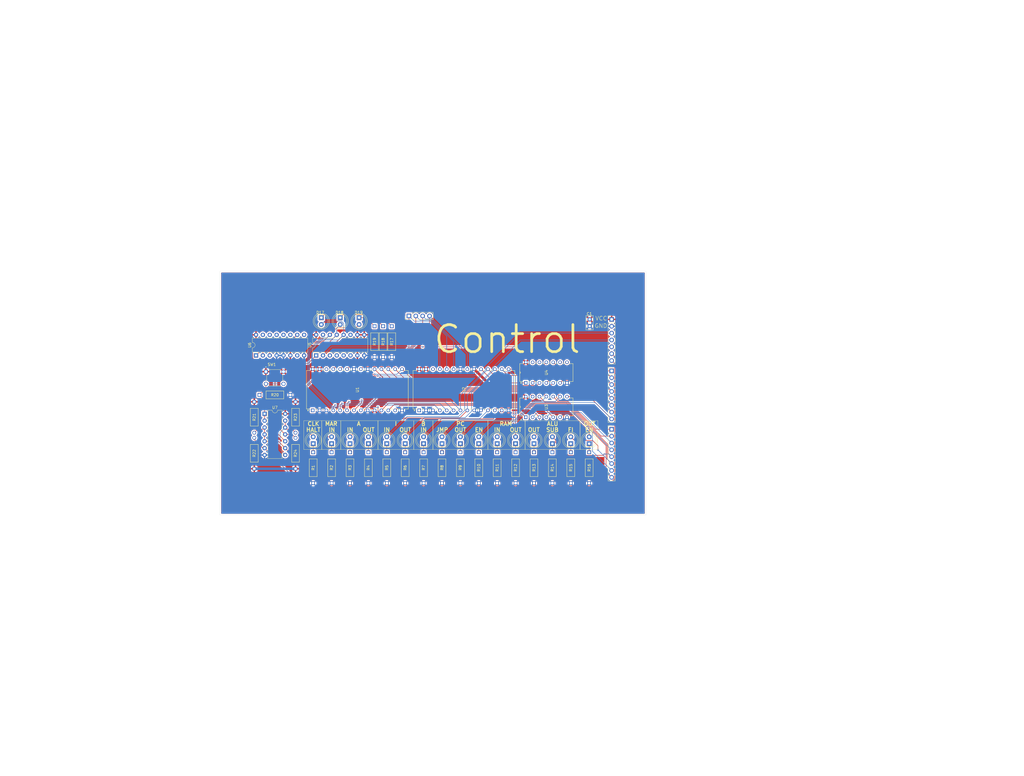
<source format=kicad_pcb>
(kicad_pcb (version 20240108) (generator "pcbnew") (generator_version "8.0")
  (layers (0 "F.Cu" signal) (31 "B.Cu" signal) (34 "B.Paste" user) (35 "F.Paste" user) (36 "B.SilkS" user "B.Silkscreen") (37 "F.SilkS" user "F.Silkscreen") (38 "B.Mask" user) (39 "F.Mask" user) (44 "Edge.Cuts" user))
  (net 0 "")
  (net 1 "GND")
  (net 2 "+5V")
  (net 3 "/CLK_Halt")
  (net 4 "Net-(D1-K)")
  (net 5 "Net-(D2-K)")
  (net 6 "/MAR_EN")
  (net 7 "Net-(D3-K)")
  (net 8 "/RAM_RI")
  (net 9 "Net-(D4-K)")
  (net 10 "/RAM_WO")
  (net 11 "Net-(D5-K)")
  (net 12 "/IR_RI")
  (net 13 "/IR_WO")
  (net 14 "Net-(D6-K)")
  (net 15 "/PC_JMP")
  (net 16 "Net-(D7-K)")
  (net 17 "/PC_CO")
  (net 18 "Net-(D8-K)")
  (net 19 "Net-(D9-K)")
  (net 20 "/PC_CE")
  (net 21 "Net-(D10-K)")
  (net 22 "/AR_RI")
  (net 23 "Net-(D11-K)")
  (net 24 "/AR_WO")
  (net 25 "Net-(D12-K)")
  (net 26 "/ALU_WRITE")
  (net 27 "/ALU_SUB")
  (net 28 "Net-(D13-K)")
  (net 29 "Net-(D14-K)")
  (net 30 "/ALU_FLAGS_IN")
  (net 31 "/BR_RI")
  (net 32 "Net-(D15-K)")
  (net 33 "Net-(D16-K)")
  (net 34 "/Output_EN")
  (net 35 "/T2")
  (net 36 "Net-(D17-K)")
  (net 37 "Net-(D18-K)")
  (net 38 "/T1")
  (net 39 "/T0")
  (net 40 "Net-(D19-K)")
  (net 41 "/IR5")
  (net 42 "/IR6")
  (net 43 "/IR4")
  (net 44 "/IR7")
  (net 45 "/~{AR_RI}")
  (net 46 "/~{PC_JMP}")
  (net 47 "/~{AR_WO}")
  (net 48 "/~{PC_CO}")
  (net 49 "/~{BR_RI}")
  (net 50 "/~{IR_WO}")
  (net 51 "/~{RAM_WO}")
  (net 52 "/~{MAR_EN}")
  (net 53 "/~{ALU_WRITE}")
  (net 54 "/~{IR_RI}")
  (net 55 "/ALU_CARRY")
  (net 56 "/~{CLK}")
  (net 57 "/~{RST}")
  (net 58 "/ALU_ZERO")
  (net 59 "/RST")
  (net 60 "Net-(SW1-A)")
  (net 61 "Net-(R23-Pad2)")
  (net 62 "/MicroCodeTimer/~{RST}")
  (net 78 "/MicroCodeTimer/TimerMax")
  (footprint "_DownloadFootprints:CF_series_Resistors_THT" (layer "F.Cu") (at 106.045 88.9 -90)
    (property "Reference" "R18")
    (property "Value" "1k")
  )
  (footprint "_DownloadFootprints:CF_series_Resistors_THT" (layer "F.Cu") (at 107.395 135.514 -90)
    (property "Reference" "R5")
    (property "Value" "1k")
  )
  (footprint "LED_THT:LED_D5.0mm" (layer "F.Cu") (at 134.595 132.339 90)
    (property "Reference" "D9" (hide yes))
    (property "Value" "LED")
  )
  (footprint "_DownloadFootprints:CF_series_Resistors_THT" (layer "F.Cu") (at 148.195 135.514 -90)
    (property "Reference" "R11")
    (property "Value" "1k")
  )
  (footprint "_DownloadFootprints:eeprom" (layer "F.Cu") (at 113.03 104.775 90)
    (property "Reference" "U1")
    (property "Value" "AT28C64B-15PI")
  )
  (footprint "_DownloadFootprints:CF_series_Resistors_THT" (layer "F.Cu") (at 127.795 135.514 -90)
    (property "Reference" "R8")
    (property "Value" "1k")
  )
  (footprint "_DownloadFootprints:6x_not" (layer "F.Cu") (at 173.99 102.235 90)
    (property "Reference" "U4")
    (property "Value" "SN74AC14N")
  )
  (footprint "LED_THT:LED_D5.0mm" (layer "F.Cu") (at 120.995 132.339 90)
    (property "Reference" "D7" (hide yes))
    (property "Value" "LED")
  )
  (footprint "Connector_PinHeader_2.54mm:PinHeader_1x07_P2.54mm_Vertical" (layer "F.Cu") (at 190.5 86.36)
    (property "Reference" "J4" (hide yes))
    (property "Value" "Conn_01x07_Pin")
  )
  (footprint "_DownloadFootprints:CF_series_Resistors_THT" (layer "F.Cu") (at 100.595 135.514 -90)
    (property "Reference" "R4")
    (property "Value" "1k")
  )
  (footprint "LED_THT:LED_D5.0mm" (layer "F.Cu") (at 93.795 132.339 90)
    (property "Reference" "D3" (hide yes))
    (property "Value" "LED")
  )
  (footprint "_DownloadFootprints:6x_not" (layer "F.Cu") (at 173.99 114.935 90)
    (property "Reference" "U3")
    (property "Value" "SN74AC14N")
  )
  (footprint "_DownloadFootprints:CF_series_Resistors_THT" (layer "F.Cu") (at 154.995 135.514 -90)
    (property "Reference" "R12")
    (property "Value" "1k")
  )
  (footprint "_DownloadFootprints:CF_series_Resistors_THT" (layer "F.Cu") (at 114.195 135.514 -90)
    (property "Reference" "R6")
    (property "Value" "1k")
  )
  (footprint "_DownloadFootprints:CF_series_Resistors_THT" (layer "F.Cu") (at 58.42 116.84 -90)
    (property "Reference" "R21")
    (property "Value" "1k")
  )
  (footprint "Package_DIP:DIP-16_W7.62mm" (layer "F.Cu") (at 81.28 99.695 90)
    (property "Reference" "U5")
    (property "Value" "74LS163")
  )
  (footprint "_DownloadFootprints:CF_series_Resistors_THT" (layer "F.Cu") (at 58.42 141.605 90)
    (property "Reference" "R22")
    (property "Value" "1k")
  )
  (footprint "_DownloadFootprints:CF_series_Resistors_THT" (layer "F.Cu") (at 102.87 88.9 -90)
    (property "Reference" "R19")
    (property "Value" "1k")
  )
  (footprint "LED_THT:LED_D5.0mm" (layer "F.Cu") (at 141.395 132.339 90)
    (property "Reference" "D10" (hide yes))
    (property "Value" "LED")
  )
  (footprint "_DownloadFootprints:CF_series_Resistors_THT" (layer "F.Cu") (at 80.195 135.514 -90)
    (property "Reference" "R1")
    (property "Value" "1k")
  )
  (footprint "Capacitor_THT:C_Disc_D5.0mm_W2.5mm_P2.50mm" (layer "F.Cu") (at 182.372 86.36 -90)
    (property "Reference" "C1")
    (property "Value" "0.1u")
  )
  (footprint "LED_THT:LED_D5.0mm" (layer "F.Cu") (at 182.195 132.339 90)
    (property "Reference" "D16" (hide yes))
    (property "Value" "LED")
  )
  (footprint "Package_DIP:DIP-16_W7.62mm" (layer "F.Cu") (at 59.055 99.695 90)
    (property "Reference" "U6")
    (property "Value" "74HCT138")
  )
  (footprint "_DownloadFootprints:CF_series_Resistors_THT" (layer "F.Cu") (at 120.995 135.514 -90)
    (property "Reference" "R7")
    (property "Value" "1k")
  )
  (footprint "Package_DIP:DIP-14_W7.62mm" (layer "F.Cu") (at 62.23 121.285)
    (property "Reference" "U7")
    (property "Value" "74HCT00")
  )
  (footprint "LED_THT:LED_D5.0mm" (layer "F.Cu") (at 90.17 85.725 -90)
    (property "Reference" "D18")
    (property "Value" "LED")
  )
  (footprint "LED_THT:LED_D5.0mm" (layer "F.Cu") (at 100.595 132.339 90)
    (property "Reference" "D4" (hide yes))
    (property "Value" "LED")
  )
  (footprint "LED_THT:LED_D5.0mm" (layer "F.Cu") (at 83.185 85.725 -90)
    (property "Reference" "D17")
    (property "Value" "LED")
  )
  (footprint "LED_THT:LED_D5.0mm" (layer "F.Cu") (at 80.195 132.339 90)
    (property "Reference" "D1" (hide yes))
    (property "Value" "LED")
  )
  (footprint "Connector_PinHeader_2.54mm:PinHeader_1x08_P2.54mm_Vertical" (layer "F.Cu") (at 190.5 127)
    (property "Reference" "J3" (hide yes))
    (property "Value" "Conn_01x08_Pin")
  )
  (footprint "_DownloadFootprints:CF_series_Resistors_THT" (layer "F.Cu") (at 86.995 135.514 -90)
    (property "Reference" "R2")
    (property "Value" "1k")
  )
  (footprint "_DownloadFootprints:CF_series_Resistors_THT" (layer "F.Cu") (at 73.66 141.605 90)
    (property "Reference" "R24")
    (property "Value" "1k")
  )
  (footprint "LED_THT:LED_D5.0mm" (layer "F.Cu") (at 168.595 132.339 90)
    (property "Reference" "D14" (hide yes))
    (property "Value" "LED")
  )
  (footprint "Connector_PinHeader_2.54mm:PinHeader_1x08_P2.54mm_Vertical" (layer "F.Cu") (at 190.5 105.41)
    (property "Reference" "J2" (hide yes))
    (property "Value" "Conn_01x08_Pin")
  )
  (footprint "LED_THT:LED_D5.0mm" (layer "F.Cu") (at 154.995 132.339 90)
    (property "Reference" "D12" (hide yes))
    (property "Value" "LED")
  )
  (footprint "LED_THT:LED_D5.0mm" (layer "F.Cu") (at 97.155 85.72 -90)
    (property "Reference" "D19")
    (property "Value" "LED")
  )
  (footprint "LED_THT:LED_D5.0mm" (layer "F.Cu") (at 114.195 132.339 90)
    (property "Reference" "D6" (hide yes))
    (property "Value" "LED")
  )
  (footprint "LED_THT:LED_D5.0mm" (layer "F.Cu") (at 86.995 132.339 90)
    (property "Reference" "D2" (hide yes))
    (property "Value" "LED")
  )
  (footprint "_DownloadFootprints:CF_series_Resistors_THT" (layer "F.Cu") (at 109.22 88.9 -90)
    (property "Reference" "R17")
    (property "Value" "1k")
  )
  (footprint "_DownloadFootprints:CF_series_Resistors_THT" (layer "F.Cu") (at 134.595 135.514 -90)
    (property "Reference" "R9")
    (property "Value" "1k")
  )
  (footprint "LED_THT:LED_D5.0mm" (layer "F.Cu") (at 161.795 132.339 90)
    (property "Reference" "D13" (hide yes))
    (property "Value" "LED")
  )
  (footprint "_DownloadFootprints:CF_series_Resistors_THT" (layer "F.Cu") (at 73.66 116.84 -90)
    (property "Reference" "R23")
    (property "Value" "1k")
  )
  (footprint "LED_THT:LED_D5.0mm" (layer "F.Cu") (at 175.395 132.339 90)
    (property "Reference" "D15" (hide yes))
    (property "Value" "LED")
  )
  (footprint "LED_THT:LED_D5.0mm" (layer "F.Cu") (at 148.195 132.339 90)
    (property "Reference" "D11" (hide yes))
    (property "Value" "LED")
  )
  (footprint "Connector_PinHeader_2.54mm:PinHeader_1x04_P2.54mm_Vertical" (layer "F.Cu") (at 115.57 85.09 90)
    (property "Reference" "J1" (hide yes))
    (property "Value" "Conn_01x04_Pin")
  )
  (footprint "_DownloadFootprints:CF_series_Resistors_THT" (layer "F.Cu") (at 161.795 135.514 -90)
    (property "Reference" "R13")
    (property "Value" "1k")
  )
  (footprint "_DownloadFootprints:CF_series_Resistors_THT" (layer "F.Cu") (at 60.325 114.3)
    (property "Reference" "R20")
    (property "Value" "1k")
  )
  (footprint "_DownloadFootprints:tactile_switch" (layer "F.Cu") (at 65.965 107.95)
    (property "Reference" "SW1")
    (property "Value" "SW_MEC_5E")
  )
  (footprint "LED_THT:LED_D5.0mm" (layer "F.Cu") (at 107.395 132.339 90)
    (property "Reference" "D5" (hide yes))
    (property "Value" "LED")
  )
  (footprint "_DownloadFootprints:CF_series_Resistors_THT" (layer "F.Cu") (at 182.195 135.514 -90)
    (property "Reference" "R16")
    (property "Value" "1k")
  )
  (footprint "_DownloadFootprints:CF_series_Resistors_THT" (layer "F.Cu") (at 93.795 135.514 -90)
    (property "Reference" "R3")
    (property "Value" "1k")
  )
  (footprint "LED_THT:LED_D5.0mm" (layer "F.Cu") (at 127.795 132.339 90)
    (property "Reference" "D8" (hide yes))
    (property "Value" "LED")
  )
  (footprint "_DownloadFootprints:CF_series_Resistors_THT" (layer "F.Cu") (at 175.395 135.514 -90)
    (property "Reference" "R15")
    (property "Value" "1k")
  )
  (footprint "_DownloadFootprints:CF_series_Resistors_THT" (layer "F.Cu") (at 141.395 135.514 -90)
    (property "Reference" "R10")
    (property "Value" "1k")
  )
  (footprint "_DownloadFootprints:eeprom" (layer "F.Cu") (at 152.4 104.775 90)
    (property "Reference" "U2")
    (property "Value" "AT28C64B-15PI")
  )
  (footprint "_DownloadFootprints:CF_series_Resistors_THT" (layer "F.Cu") (at 168.595 135.514 -90)
    (property "Reference" "R14")
    (property "Value" "1k")
  )
  (gr_rect (start 90.424 123.83) (end 104.14 134.498) (stroke (width 0.1)) (fill none) (layer "F.SilkS"))
  (gr_rect (start 104.14 123.83) (end 117.348 134.498) (stroke (width 0.1)) (fill none) (layer "F.SilkS"))
  (gr_rect (start 76.708 123.83) (end 83.312 134.498) (stroke (width 0.1)) (fill none) (layer "F.SilkS"))
  (gr_rect (start 158.496 123.83) (end 178.816 134.498) (stroke (width 0.1)) (fill none) (layer "F.SilkS"))
  (gr_rect (start 144.78 123.83) (end 158.496 134.498) (stroke (width 0.1)) (fill none) (layer "F.SilkS"))
  (gr_rect (start 124.46 123.83) (end 144.78 134.498) (stroke (width 0.1)) (fill none) (layer "F.SilkS"))
  (gr_rect (start 83.312 123.83) (end 90.424 134.498) (stroke (width 0.1)) (fill none) (layer "F.SilkS"))
  (gr_rect (start 117.348 123.83) (end 124.46 134.498) (stroke (width 0.1)) (fill none) (layer "F.SilkS"))
  (gr_rect (start 178.816 123.83) (end 185.42 134.498) (stroke (width 0.1)) (fill none) (layer "F.SilkS"))
  (gr_rect (start 45.72 68.58) (end 203.2 158.75) (stroke (width 0.05)) (fill none) (layer "Edge.Cuts"))
  (gr_text "RAM" (at 151.384 125.862 0) (layer "F.SilkS") (effects (font (size 1.5 1.5) (thickness 0.3) (bold yes)) (justify bottom)))
  (gr_text "OUT" (at 155.045924 128.079 0) (layer "F.SilkS") (effects (font (size 1.5 1.5) (thickness 0.3) (bold yes)) (justify bottom)))
  (gr_text "B" (at 120.904 125.862 0) (layer "F.SilkS") (effects (font (size 1.5 1.5) (thickness 0.3) (bold yes)) (justify bottom)))
  (gr_text "SUB" (at 168.595462 128.079 0) (layer "F.SilkS") (effects (font (size 1.5 1.5) (thickness 0.3) (bold yes)) (justify bottom)))
  (gr_text "IN" (at 87.096386 128.079 0) (layer "F.SilkS") (effects (font (size 1.5 1.5) (thickness 0.3) (bold yes)) (justify bottom)))
  (gr_text "EN" (at 141.445924 128.079 0) (layer "F.SilkS") (effects (font (size 1.5 1.5) (thickness 0.3) (bold yes)) (justify bottom)))
  (gr_text "FI" (at 175.345 128.079 0) (layer "F.SilkS") (effects (font (size 1.5 1.5) (thickness 0.3) (bold yes)) (justify bottom)))
  (gr_text "GND" (at 184.154 89.618 0) (layer "F.SilkS") (effects (font (size 1.5 1.5)) (justify left bottom)))
  (gr_text "ALU" (at 168.656 125.862 0) (layer "F.SilkS") (effects (font (size 1.5 1.5) (thickness 0.3) (bold yes)) (justify bottom)))
  (gr_text "HALT" (at 80.245924 128.079 0) (layer "F.SilkS") (effects (font (size 1.5 1.5) (thickness 0.3) (bold yes)) (justify bottom)))
  (gr_text "IN" (at 107.395462 128.079 0) (layer "F.SilkS") (effects (font (size 1.5 1.5) (thickness 0.3) (bold yes)) (justify bottom)))
  (gr_text "OUT" (at 100.696386 128.079 0) (layer "F.SilkS") (effects (font (size 1.5 1.5) (thickness 0.3) (bold yes)) (justify bottom)))
  (gr_text "JMP" (at 127.845924 128.079 0) (layer "F.SilkS") (effects (font (size 1.5 1.5) (thickness 0.3) (bold yes)) (justify bottom)))
  (gr_text "OUT" (at 161.745 128.079 0) (layer "F.SilkS") (effects (font (size 1.5 1.5) (thickness 0.3) (bold yes)) (justify bottom)))
  (gr_text "MAR" (at 86.868 125.862 0) (layer "F.SilkS") (effects (font (size 1.5 1.5) (thickness 0.3) (bold yes)) (justify bottom)))
  (gr_text "OUT" (at 182.372 125.862 0) (layer "F.SilkS") (effects (font (size 1.5 1.5) (thickness 0.3) (bold yes)) (justify bottom)))
  (gr_text "CLK" (at 80.264 125.862 0) (layer "F.SilkS") (effects (font (size 1.5 1.5) (thickness 0.3) (bold yes)) (justify bottom)))
  (gr_text "IN" (at 120.995462 128.079 0) (layer "F.SilkS") (effects (font (size 1.5 1.5) (thickness 0.3) (bold yes)) (justify bottom)))
  (gr_text "VCC" (at 184.404 86.868 0) (layer "F.SilkS") (effects (font (size 1.5 1.5)) (justify left bottom)))
  (gr_text "OUT" (at 134.595462 128.079 0) (layer "F.SilkS") (effects (font (size 1.5 1.5) (thickness 0.3) (bold yes)) (justify bottom)))
  (gr_text "A" (at 97.028 125.862 0) (layer "F.SilkS") (effects (font (size 1.5 1.5) (thickness 0.3) (bold yes)) (justify bottom)))
  (gr_text "IN" (at 93.845924 128.079 0) (layer "F.SilkS") (effects (font (size 1.5 1.5) (thickness 0.3) (bold yes)) (justify bottom)))
  (gr_text "PC" (at 134.62 125.862 0) (layer "F.SilkS") (effects (font (size 1.5 1.5) (thickness 0.3) (bold yes)) (justify bottom)))
  (gr_text "OUT" (at 114.245924 128.079 0) (layer "F.SilkS") (effects (font (size 1.5 1.5) (thickness 0.3) (bold yes)) (justify bottom)))
  (gr_text "I" (at 110.744 125.862 0) (layer "F.SilkS") (effects (font (size 1.5 1.5) (thickness 0.3) (bold yes)) (justify bottom)))
  (gr_text "IN" (at 148.195462 128.079 0) (layer "F.SilkS") (effects (font (size 1.5 1.5) (thickness 0.3) (bold yes)) (justify bottom)))
  (gr_text "EN" (at 182.195462 128.079 0) (layer "F.SilkS") (effects (font (size 1.5 1.5) (thickness 0.3) (bold yes)) (justify bottom)))
  (gr_text "Control" (at 151.892 99.568 0) (layer "F.SilkS") (effects (font (size 10 10) (thickness 1)) (justify bottom)))
  (segment (start 144.145 109.22) (end 145.288 109.22) (width 1) (layer "F.Cu") (net 1))
  (segment (start 139.7 104.775) (end 144.145 109.22) (width 1) (layer "F.Cu") (net 1))
  (via (at 145.288 109.22) (size 1) (drill 0.5) (layers "F.Cu" "B.Cu") (net 1))
  (segment (start 58.42 141.605) (end 73.66 141.605) (width 1) (layer "B.Cu") (net 2))
  (segment (start 119.8577 111.6027) (end 113.03 104.775) (width 0.2) (layer "F.Cu") (net 3))
  (segment (start 76.835 126.439) (end 76.835 111.76) (width 0.2) (layer "F.Cu") (net 3))
  (segment (start 190.5 118.11) (end 183.9927 111.6027) (width 0.2) (layer "F.Cu") (net 3))
  (segment (start 80.195 129.799) (end 76.835 126.439) (width 0.2) (layer "F.Cu") (net 3))
  (segment (start 183.9927 111.6027) (end 119.8577 111.6027) (width 0.2) (layer "F.Cu") (net 3))
  (segment (start 81.915 106.68) (end 102.87 106.68) (width 0.2) (layer "F.Cu") (net 3))
  (segment (start 76.835 111.76) (end 81.915 106.68) (width 0.2) (layer "F.Cu") (net 3))
  (via (at 102.87 106.68) (size 0.6) (drill 0.3) (layers "F.Cu" "B.Cu") (net 3))
  (segment (start 111.125 106.68) (end 113.03 104.775) (width 0.2) (layer "B.Cu") (net 3))
  (segment (start 102.87 106.68) (end 111.125 106.68) (width 0.2) (layer "B.Cu") (net 3))
  (segment (start 80.195 132.339) (end 80.195 135.514) (width 0.2) (layer "F.Cu") (net 4))
  (segment (start 86.995 132.339) (end 86.995 135.514) (width 0.2) (layer "F.Cu") (net 5))
  (segment (start 168.91 109.855) (end 167.5623 111.2027) (width 0.2) (layer "F.Cu") (net 6))
  (segment (start 167.5623 111.2027) (end 148.6677 111.2027) (width 0.2) (layer "F.Cu") (net 6))
  (segment (start 81.880686 107.28) (end 77.235 111.925686) (width 0.2) (layer "F.Cu") (net 6))
  (segment (start 84.587 129.799) (end 86.995 129.799) (width 0.2) (layer "F.Cu") (net 6))
  (segment (start 77.235 122.447) (end 84.587 129.799) (width 0.2) (layer "F.Cu") (net 6))
  (segment (start 104.033235 107.28) (end 81.880686 107.28) (width 0.2) (layer "F.Cu") (net 6))
  (segment (start 148.6677 111.2027) (end 142.24 104.775) (width 0.2) (layer "F.Cu") (net 6))
  (segment (start 77.235 111.925686) (end 77.235 122.447) (width 0.2) (layer "F.Cu") (net 6))
  (via (at 104.033235 107.28) (size 0.6) (drill 0.3) (layers "F.Cu" "B.Cu") (net 6))
  (segment (start 139.735 107.28) (end 142.24 104.775) (width 0.2) (layer "B.Cu") (net 6))
  (segment (start 104.033235 107.28) (end 139.735 107.28) (width 0.2) (layer "B.Cu") (net 6))
  (segment (start 93.795 132.339) (end 93.795 135.514) (width 0.2) (layer "F.Cu") (net 7))
  (segment (start 190.5 107.95) (end 189.65 107.1) (width 0.2) (layer "F.Cu") (net 8))
  (segment (start 152.185 107.1) (end 149.86 104.775) (width 0.2) (layer "F.Cu") (net 8))
  (segment (start 189.65 107.1) (end 152.185 107.1) (width 0.2) (layer "F.Cu") (net 8))
  (segment (start 154.203644 123.790356) (end 148.195 129.799) (width 0.2) (layer "F.Cu") (net 8))
  (segment (start 154.203644 121.5754) (end 154.203644 123.790356) (width 0.2) (layer "F.Cu") (net 8))
  (via (at 154.203644 121.5754) (size 0.6) (drill 0.3) (layers "F.Cu" "B.Cu") (net 8))
  (segment (start 154.203644 121.5754) (end 154.203644 107.14433) (width 0.2) (layer "B.Cu") (net 8))
  (segment (start 150.8204 105.7354) (end 149.86 104.775) (width 0.2) (layer "B.Cu") (net 8))
  (segment (start 152.794714 105.7354) (end 150.8204 105.7354) (width 0.2) (layer "B.Cu") (net 8))
  (segment (start 154.203644 107.14433) (end 152.794714 105.7354) (width 0.2) (layer "B.Cu") (net 8))
  (segment (start 100.595 132.339) (end 100.595 135.514) (width 0.2) (layer "F.Cu") (net 9))
  (segment (start 166.37 102.235) (end 163.83 104.775) (width 0.2) (layer "F.Cu") (net 10))
  (segment (start 154.995 121.584047) (end 154.995 129.799) (width 0.2) (layer "F.Cu") (net 10))
  (segment (start 155.003647 121.5754) (end 154.995 121.584047) (width 0.2) (layer "F.Cu") (net 10))
  (segment (start 163.83 104.775) (end 152.4 104.775) (width 0.2) (layer "F.Cu") (net 10))
  (via (at 155.003647 121.5754) (size 0.6) (drill 0.3) (layers "F.Cu" "B.Cu") (net 10))
  (segment (start 154.995 107.37) (end 152.4 104.775) (width 0.2) (layer "B.Cu") (net 10))
  (segment (start 154.995 121.566753) (end 154.995 107.37) (width 0.2) (layer "B.Cu") (net 10))
  (segment (start 155.003647 121.5754) (end 154.995 121.566753) (width 0.2) (layer "B.Cu") (net 10))
  (segment (start 107.395 132.339) (end 107.395 135.514) (width 0.2) (layer "F.Cu") (net 11))
  (segment (start 163.83 109.855) (end 162.8823 110.8027) (width 0.2) (layer "F.Cu") (net 12))
  (segment (start 150.8077 110.8027) (end 144.78 104.775) (width 0.2) (layer "F.Cu") (net 12))
  (segment (start 162.8823 110.8027) (end 150.8077 110.8027) (width 0.2) (layer "F.Cu") (net 12))
  (segment (start 133.9119 122.3027) (end 136.1996 120.015) (width 0.2) (layer "B.Cu") (net 12))
  (segment (start 136.1996 113.3554) (end 144.78 104.775) (width 0.2) (layer "B.Cu") (net 12))
  (segment (start 114.8913 122.3027) (end 133.9119 122.3027) (width 0.2) (layer "B.Cu") (net 12))
  (segment (start 107.395 129.799) (end 114.8913 122.3027) (width 0.2) (layer "B.Cu") (net 12))
  (segment (start 136.1996 120.015) (end 136.1996 113.3554) (width 0.2) (layer "B.Cu") (net 12))
  (segment (start 158.75 109.855) (end 152.4 109.855) (width 0.2) (layer "F.Cu") (net 13))
  (segment (start 152.4 109.855) (end 147.32 104.775) (width 0.2) (layer "F.Cu") (net 13))
  (segment (start 136.3773 122.7027) (end 138.7396 120.3404) (width 0.2) (layer "B.Cu") (net 13))
  (segment (start 138.7396 120.3404) (end 138.7396 113.3554) (width 0.2) (layer "B.Cu") (net 13))
  (segment (start 121.2913 122.7027) (end 136.3773 122.7027) (width 0.2) (layer "B.Cu") (net 13))
  (segment (start 114.195 129.799) (end 121.2913 122.7027) (width 0.2) (layer "B.Cu") (net 13))
  (segment (start 138.7396 113.3554) (end 147.32 104.775) (width 0.2) (layer "B.Cu") (net 13))
  (segment (start 114.195 132.339) (end 114.195 135.514) (width 0.2) (layer "F.Cu") (net 14))
  (segment (start 164.2377 112.8027) (end 113.4377 112.8027) (width 0.2) (layer "F.Cu") (net 15))
  (segment (start 113.4377 112.8027) (end 105.41 104.775) (width 0.2) (layer "F.Cu") (net 15))
  (segment (start 166.37 114.935) (end 164.2377 112.8027) (width 0.2) (layer "F.Cu") (net 15))
  (segment (start 134.0913 123.5027) (end 154.765928 123.5027) (width 0.2) (layer "B.Cu") (net 15))
  (segment (start 161.936628 116.332) (end 164.973 116.332) (width 0.2) (layer "B.Cu") (net 15))
  (segment (start 154.765928 123.5027) (end 161.936628 116.332) (width 0.2) (layer "B.Cu") (net 15))
  (segment (start 164.973 116.332) (end 166.37 114.935) (width 0.2) (layer "B.Cu") (net 15))
  (segment (start 127.795 129.799) (end 134.0913 123.5027) (width 0.2) (layer "B.Cu") (net 15))
  (segment (start 120.995 132.339) (end 120.995 135.514) (width 0.2) (layer "F.Cu") (net 16))
  (segment (start 171.45 114.935) (end 168.5177 112.0027) (width 0.2) (layer "F.Cu") (net 17))
  (segment (start 168.5177 112.0027) (end 117.7177 112.0027) (width 0.2) (layer "F.Cu") (net 17))
  (segment (start 117.7177 112.0027) (end 110.49 104.775) (width 0.2) (layer "F.Cu") (net 17))
  (segment (start 162.102314 116.732) (end 169.653 116.732) (width 0.2) (layer "B.Cu") (net 17))
  (segment (start 169.653 116.732) (end 171.45 114.935) (width 0.2) (layer "B.Cu") (net 17))
  (segment (start 154.931614 123.9027) (end 162.102314 116.732) (width 0.2) (layer "B.Cu") (net 17))
  (segment (start 140.4913 123.9027) (end 154.931614 123.9027) (width 0.2) (layer "B.Cu") (net 17))
  (segment (start 134.595 129.799) (end 140.4913 123.9027) (width 0.2) (layer "B.Cu") (net 17))
  (segment (start 127.795 132.339) (end 127.795 135.514) (width 0.2) (layer "F.Cu") (net 18))
  (segment (start 134.595 132.339) (end 134.595 135.514) (width 0.2) (layer "F.Cu") (net 19))
  (segment (start 170.18 114.3) (end 168.2827 112.4027) (width 0.2) (layer "F.Cu") (net 20))
  (segment (start 190.5 123.19) (end 183.515 116.205) (width 0.2) (layer "F.Cu") (net 20))
  (segment (start 115.5777 112.4027) (end 107.95 104.775) (width 0.2) (layer "F.Cu") (net 20))
  (segment (start 168.2827 112.4027) (end 115.5777 112.4027) (width 0.2) (layer "F.Cu") (net 20))
  (segment (start 171.1277 116.205) (end 170.18 115.2573) (width 0.2) (layer "F.Cu") (net 20))
  (segment (start 183.515 116.205) (end 171.1277 116.205) (width 0.2) (layer "F.Cu") (net 20))
  (segment (start 170.18 115.2573) (end 170.18 114.3) (width 0.2) (layer "F.Cu") (net 20))
  (segment (start 141.395 129.799) (end 146.8913 124.3027) (width 0.2) (layer "B.Cu") (net 20))
  (segment (start 162.268 117.132) (end 184.442 117.132) (width 0.2) (layer "B.Cu") (net 20))
  (segment (start 155.0973 124.3027) (end 162.268 117.132) (width 0.2) (layer "B.Cu") (net 20))
  (segment (start 146.8913 124.3027) (end 155.0973 124.3027) (width 0.2) (layer "B.Cu") (net 20))
  (segment (start 184.442 117.132) (end 190.5 123.19) (width 0.2) (layer "B.Cu") (net 20))
  (segment (start 141.395 132.339) (end 141.395 135.514) (width 0.2) (layer "F.Cu") (net 21))
  (segment (start 99.06 124.534) (end 93.795 129.799) (width 0.2) (layer "F.Cu") (net 22))
  (segment (start 161.29 114.935) (end 159.5577 113.2027) (width 0.2) (layer "F.Cu") (net 22))
  (segment (start 104.775 106.68) (end 105.784088 107.689088) (width 0.2) (layer "F.Cu") (net 22))
  (segment (start 105.784088 107.689088) (end 105.784088 113.2027) (width 0.2) (layer "F.Cu") (net 22))
  (segment (start 105.784088 113.2027) (end 105.683394 113.303394) (width 0.2) (layer "F.Cu") (net 22))
  (segment (start 99.06 119.926789) (end 99.06 124.534) (width 0.2) (layer "F.Cu") (net 22))
  (segment (start 102.87 104.775) (end 104.775 106.68) (width 0.2) (layer "F.Cu") (net 22))
  (segment (start 104.775 106.68) (end 111.2977 113.2027) (width 0.2) (layer "F.Cu") (net 22))
  (segment (start 111.2977 113.2027) (end 113.665 113.2027) (width 0.2) (layer "F.Cu") (net 22))
  (segment (start 105.683394 113.303394) (end 99.06 119.926789) (width 0.2) (layer "F.Cu") (net 22))
  (segment (start 159.5577 113.2027) (end 113.665 113.2027) (width 0.2) (layer "F.Cu") (net 22))
  (segment (start 148.195 132.339) (end 148.195 135.514) (width 0.2) (layer "F.Cu") (net 23))
  (segment (start 158.75 122.555) (end 157.1704 120.9754) (width 0.2) (layer "F.Cu") (net 24))
  (segment (start 157.1704 120.9754) (end 150.8204 120.9754) (width 0.2) (layer "F.Cu") (net 24))
  (segment (start 107.204 123.19) (end 146.685 123.19) (width 0.2) (layer "F.Cu") (net 24))
  (segment (start 150.8204 120.9754) (end 149.86 120.015) (width 0.2) (layer "F.Cu") (net 24))
  (segment (start 146.685 123.19) (end 149.86 120.015) (width 0.2) (layer "F.Cu") (net 24))
  (segment (start 100.595 129.799) (end 107.204 123.19) (width 0.2) (layer "F.Cu") (net 24))
  (segment (start 154.995 132.339) (end 154.995 135.514) (width 0.2) (layer "F.Cu") (net 25))
  (segment (start 148.2804 119.0546) (end 147.32 120.015) (width 0.2) (layer "F.Cu") (net 26))
  (segment (start 163.83 127.764) (end 161.795 129.799) (width 0.2) (layer "F.Cu") (net 26))
  (segment (start 160.3296 119.0546) (end 148.2804 119.0546) (width 0.2) (layer "F.Cu") (net 26))
  (segment (start 163.83 122.555) (end 163.83 127.764) (width 0.2) (layer "F.Cu") (net 26))
  (segment (start 163.83 122.555) (end 160.3296 119.0546) (width 0.2) (layer "F.Cu") (net 26))
  (segment (start 173.920001 117.405) (end 108.02 117.405) (width 0.2) (layer "F.Cu") (net 27))
  (segment (start 108.02 117.405) (end 105.41 120.015) (width 0.2) (layer "F.Cu") (net 27))
  (segment (start 189.23 132.714999) (end 173.920001 117.405) (width 0.2) (layer "F.Cu") (net 27))
  (segment (start 169.795 131.911) (end 169.795 130.999) (width 0.2) (layer "F.Cu") (net 27))
  (segment (start 187.83 136.181473) (end 187.359473 136.652) (width 0.2) (layer "F.Cu") (net 27))
  (segment (start 174.536 136.652) (end 169.795 131.911) (width 0.2) (layer "F.Cu") (net 27))
  (segment (start 189.23 135.89) (end 189.23 132.714999) (width 0.2) (layer "F.Cu") (net 27))
  (segment (start 187.359473 136.652) (end 174.536 136.652) (width 0.2) (layer "F.Cu") (net 27))
  (segment (start 169.795 130.999) (end 168.595 129.799) (width 0.2) (layer "F.Cu") (net 27))
  (segment (start 190.5 137.16) (end 189.23 135.89) (width 0.2) (layer "F.Cu") (net 27))
  (via (at 187.83 136.181473) (size 0.6) (drill 0.3) (layers "F.Cu" "B.Cu") (net 27))
  (segment (start 189.521473 136.181473) (end 190.5 137.16) (width 0.2) (layer "B.Cu") (net 27))
  (segment (start 187.83 136.181473) (end 189.521473 136.181473) (width 0.2) (layer "B.Cu") (net 27))
  (segment (start 161.795 132.339) (end 161.795 135.514) (width 0.2) (layer "F.Cu") (net 28))
  (segment (start 168.595 132.339) (end 168.595 135.514) (width 0.2) (layer "F.Cu") (net 29))
  (segment (start 175.395 129.799) (end 176.735 131.139) (width 0.2) (layer "F.Cu") (net 30))
  (segment (start 190.5 139.7) (end 188.83 138.03) (width 0.2) (layer "F.Cu") (net 30))
  (segment (start 188.83 138.03) (end 188.83 132.880685) (width 0.2) (layer "F.Cu") (net 30))
  (segment (start 185.42 133.096) (end 185.42 134.62) (width 0.2) (layer "F.Cu") (net 30))
  (segment (start 176.735 131.139) (end 183.463 131.139) (width 0.2) (layer "F.Cu") (net 30))
  (segment (start 110.16 117.805) (end 107.95 120.015) (width 0.2) (layer "F.Cu") (net 30))
  (segment (start 183.463 131.139) (end 185.42 133.096) (width 0.2) (layer "F.Cu") (net 30))
  (segment (start 173.754315 117.805) (end 110.16 117.805) (width 0.2) (layer "F.Cu") (net 30))
  (segment (start 188.83 132.880685) (end 173.754315 117.805) (width 0.2) (layer "F.Cu") (net 30))
  (via (at 185.42 134.62) (size 0.6) (drill 0.3) (layers "F.Cu" "B.Cu") (net 30))
  (segment (start 185.42 134.62) (end 190.5 139.7) (width 0.2) (layer "B.Cu") (net 30))
  (segment (start 165.0096 118.6546) (end 146.1404 118.6546) (width 0.2) (layer "F.Cu") (net 31))
  (segment (start 146.1404 118.6546) (end 144.78 120.015) (width 0.2) (layer "F.Cu") (net 31))
  (segment (start 168.91 122.555) (end 165.0096 118.6546) (width 0.2) (layer "F.Cu") (net 31))
  (segment (start 120.995 129.799) (end 127.6913 123.1027) (width 0.2) (layer "B.Cu") (net 31))
  (segment (start 141.6923 123.1027) (end 144.78 120.015) (width 0.2) (layer "B.Cu") (net 31))
  (segment (start 127.6913 123.1027) (end 141.6923 123.1027) (width 0.2) (layer "B.Cu") (net 31))
  (segment (start 175.395 132.339) (end 175.395 135.514) (width 0.2) (layer "F.Cu") (net 32))
  (segment (start 182.195 132.339) (end 182.195 135.514) (width 0.2) (layer "F.Cu") (net 33))
  (segment (start 173.588629 118.205) (end 112.3 118.205) (width 0.2) (layer "F.Cu") (net 34))
  (segment (start 112.3 118.205) (end 110.49 120.015) (width 0.2) (layer "F.Cu") (net 34))
  (segment (start 182.195 129.799) (end 182.195 126.81137) (width 0.2) (layer "F.Cu") (net 34))
  (segment (start 182.195 126.81137) (end 181.996815 126.613185) (width 0.2) (layer "F.Cu") (net 34))
  (segment (start 181.996815 126.613185) (end 173.588629 118.205) (width 0.2) (layer "F.Cu") (net 34))
  (segment (start 188.43 133.046371) (end 181.996815 126.613185) (width 0.2) (layer "F.Cu") (net 34))
  (segment (start 190.5 144.78) (end 188.43 142.71) (width 0.2) (layer "F.Cu") (net 34))
  (segment (start 188.43 142.71) (end 188.43 133.046371) (width 0.2) (layer "F.Cu") (net 34))
  (segment (start 64.135 99.695) (end 64.135 95.746372) (width 0.2) (layer "F.Cu") (net 35))
  (segment (start 93.345 116.837892) (end 92.71 117.472892) (width 0.2) (layer "F.Cu") (net 35))
  (segment (start 64.701372 95.18) (end 88.335 95.18) (width 0.2) (layer "F.Cu") (net 35))
  (segment (start 92.71 117.472892) (end 92.71 120.015) (width 0.2) (layer "F.Cu") (net 35))
  (segment (start 64.135 95.746372) (end 64.701372 95.18) (width 0.2) (layer "F.Cu") (net 35))
  (segment (start 88.335 95.18) (end 91.44 92.075) (width 0.2) (layer "F.Cu") (net 35))
  (via (at 93.345 116.837892) (size 0.6) (drill 0.3) (layers "F.Cu" "B.Cu") (net 35))
  (segment (start 78.905 110.089314) (end 78.905 98.438872) (width 0.2) (layer "B.Cu") (net 35))
  (segment (start 83.368872 93.975) (end 89.54 93.975) (width 0.2) (layer "B.Cu") (net 35))
  (segment (start 90.597057 86.995) (end 84.455 86.995) (width 0.2) (layer "B.Cu") (net 35))
  (segment (start 132.08 120.015) (end 128.902892 116.837892) (width 0.2) (layer "B.Cu") (net 35))
  (segment (start 91.44 87.837943) (end 90.597057 86.995) (width 0.2) (layer "B.Cu") (net 35))
  (segment (start 91.3496 118.6546) (end 87.470286 118.6546) (width 0.2) (layer "B.Cu") (net 35))
  (segment (start 91.44 92.075) (end 91.44 87.837943) (width 0.2) (layer "B.Cu") (net 35))
  (segment (start 84.455 86.995) (end 83.185 88.265) (width 0.2) (layer "B.Cu") (net 35))
  (segment (start 87.470286 118.6546) (end 78.905 110.089314) (width 0.2) (layer "B.Cu") (net 35))
  (segment (start 89.54 93.975) (end 91.44 92.075) (width 0.2) (layer "B.Cu") (net 35))
  (segment (start 78.905 98.438872) (end 83.368872 93.975) (width 0.2) (layer "B.Cu") (net 35))
  (segment (start 128.902892 116.837892) (end 93.345 116.837892) (width 0.2) (layer "B.Cu") (net 35))
  (segment (start 92.71 120.015) (end 91.3496 118.6546) (width 0.2) (layer "B.Cu") (net 35))
  (segment (start 104.44 84.12) (end 84.79 84.12) (width 0.2) (layer "F.Cu") (net 36))
  (segment (start 109.22 88.9) (end 104.44 84.12) (width 0.2) (layer "F.Cu") (net 36))
  (segment (start 84.79 84.12) (end 83.185 85.725) (width 0.2) (layer "F.Cu") (net 36))
  (segment (start 101.665 84.52) (end 91.375 84.52) (width 0.2) (layer "F.Cu") (net 37))
  (segment (start 106.045 88.9) (end 101.665 84.52) (width 0.2) (layer "F.Cu") (net 37))
  (segment (start 91.375 84.52) (end 90.17 85.725) (width 0.2) (layer "F.Cu") (net 37))
  (segment (start 90.805 117.437892) (end 90.17 118.072892) (width 0.2) (layer "F.Cu") (net 38))
  (segment (start 61.595 97.720686) (end 64.535686 94.78) (width 0.2) (layer "F.Cu") (net 38))
  (segment (start 61.595 99.695) (end 61.595 97.720686) (width 0.2) (layer "F.Cu") (net 38))
  (segment (start 64.535686 94.78) (end 86.195 94.78) (width 0.2) (layer "F.Cu") (net 38))
  (segment (start 90.17 118.072892) (end 90.17 120.015) (width 0.2) (layer "F.Cu") (net 38))
  (segment (start 86.195 94.78) (end 88.9 92.075) (width 0.2) (layer "F.Cu") (net 38))
  (via (at 90.805 117.437892) (size 0.6) (drill 0.3) (layers "F.Cu" "B.Cu") (net 38))
  (segment (start 129.54 120.015) (end 126.962892 117.437892) (width 0.2) (layer "B.Cu") (net 38))
  (segment (start 126.962892 117.437892) (end 90.805 117.437892) (width 0.2) (layer "B.Cu") (net 38))
  (segment (start 90.17 120.015) (end 89.2096 119.0546) (width 0.2) (layer "B.Cu") (net 38))
  (segment (start 88.9 92.075) (end 88.9 89.535) (width 0.2) (layer "B.Cu") (net 38))
  (segment (start 88.9 89.535) (end 90.17 88.265) (width 0.2) (layer "B.Cu") (net 38))
  (segment (start 78.505 98.273186) (end 83.203186 93.575) (width 0.2) (layer "B.Cu") (net 38))
  (segment (start 87.3046 119.0546) (end 78.505 110.255) (width 0.2) (layer "B.Cu") (net 38))
  (segment (start 78.505 110.255) (end 78.505 98.273186) (width 0.2) (layer "B.Cu") (net 38))
  (segment (start 87.4 93.575) (end 88.9 92.075) (width 0.2) (layer "B.Cu") (net 38))
  (segment (start 89.2096 119.0546) (end 87.3046 119.0546) (width 0.2) (layer "B.Cu") (net 38))
  (segment (start 83.203186 93.575) (end 87.4 93.575) (width 0.2) (layer "B.Cu") (net 38))
  (segment (start 84.055 94.38) (end 86.36 92.075) (width 0.2) (layer "F.Cu") (net 39))
  (segment (start 95.95 89.465) (end 97.155 88.26) (width 0.2) (layer "F.Cu") (net 39))
  (segment (start 64.37 94.38) (end 84.055 94.38) (width 0.2) (layer "F.Cu") (net 39))
  (segment (start 88.97 89.465) (end 95.95 89.465) (width 0.2) (layer "F.Cu") (net 39))
  (segment (start 86.36 92.075) (end 88.97 89.465) (width 0.2) (layer "F.Cu") (net 39))
  (segment (start 59.055 99.695) (end 64.37 94.38) (width 0.2) (layer "F.Cu") (net 39))
  (segment (start 87.63 118.672892) (end 87.63 120.015) (width 0.2) (layer "F.Cu") (net 39))
  (segment (start 88.265 118.037892) (end 87.63 118.672892) (width 0.2) (layer "F.Cu") (net 39))
  (via (at 88.265 118.037892) (size 0.6) (drill 0.3) (layers "F.Cu" "B.Cu") (net 39))
  (segment (start 83.0375 93.175) (end 85.26 93.175) (width 0.2) (layer "B.Cu") (net 39))
  (segment (start 78.105 110.49) (end 78.105 98.1075) (width 0.2) (layer "B.Cu") (net 39))
  (segment (start 78.105 98.1075) (end 83.0375 93.175) (width 0.2) (layer "B.Cu") (net 39))
  (segment (start 125.022892 118.037892) (end 127 120.015) (width 0.2) (layer "B.Cu") (net 39))
  (segment (start 85.26 93.175) (end 86.36 92.075) (width 0.2) (layer "B.Cu") (net 39))
  (segment (start 88.265 118.037892) (end 125.022892 118.037892) (width 0.2) (layer "B.Cu") (net 39))
  (segment (start 87.63 120.015) (end 78.105 110.49) (width 0.2) (layer "B.Cu") (net 39))
  (segment (start 102.87 88.9) (end 99.69 85.72) (width 0.2) (layer "F.Cu") (net 40))
  (segment (start 99.69 85.72) (end 97.155 85.72) (width 0.2) (layer "F.Cu") (net 40))
  (segment (start 118.11 85.09) (end 118.11 94.687779) (width 0.2) (layer "F.Cu") (net 41))
  (segment (start 91.9304 103.0146) (end 90.17 104.775) (width 0.2) (layer "F.Cu") (net 41))
  (segment (start 118.11 94.687779) (end 109.783179 103.0146) (width 0.2) (layer "F.Cu") (net 41))
  (segment (start 109.783179 103.0146) (end 91.9304 103.0146) (width 0.2) (layer "F.Cu") (net 41))
  (segment (start 119.66 86.64) (end 118.11 85.09) (width 0.2) (layer "B.Cu") (net 41))
  (segment (start 123.608628 86.64) (end 119.66 86.64) (width 0.2) (layer "B.Cu") (net 41))
  (segment (start 129.54 92.571372) (end 123.608628 86.64) (width 0.2) (layer "B.Cu") (net 41))
  (segment (start 129.54 104.775) (end 129.54 92.571372) (width 0.2) (layer "B.Cu") (net 41))
  (segment (start 94.0704 103.4146) (end 92.71 104.775) (width 0.2) (layer "F.Cu") (net 42))
  (segment (start 120.65 92.713465) (end 109.948865 103.4146) (width 0.2) (layer "F.Cu") (net 42))
  (segment (start 120.65 85.09) (end 120.65 92.713465) (width 0.2) (layer "F.Cu") (net 42))
  (segment (start 109.948865 103.4146) (end 94.0704 103.4146) (width 0.2) (layer "F.Cu") (net 42))
  (segment (start 132.08 104.775) (end 132.08 94.545686) (width 0.2) (layer "B.Cu") (net 42))
  (segment (start 121.8 86.24) (end 120.65 85.09) (width 0.2) (layer "B.Cu") (net 42))
  (segment (start 132.08 94.545686) (end 123.774314 86.24) (width 0.2) (layer "B.Cu") (net 42))
  (segment (start 123.774314 86.24) (end 121.8 86.24) (width 0.2) (layer "B.Cu") (net 42))
  (segment (start 89.7904 102.6146) (end 87.63 104.775) (width 0.2) (layer "F.Cu") (net 43))
  (segment (start 109.617493 102.6146) (end 89.7904 102.6146) (width 0.2) (layer "F.Cu") (net 43))
  (segment (start 115.57 96.662093) (end 109.617493 102.6146) (width 0.2) (layer "F.Cu") (net 43))
  (segment (start 115.57 85.09) (end 115.57 96.662093) (width 0.2) (layer "F.Cu") (net 43))
  (segment (start 127 104.775) (end 127 90.597058) (width 0.2) (layer "B.Cu") (net 43))
  (segment (start 123.442942 87.04) (end 117.52 87.04) (width 0.2) (layer "B.Cu") (net 43))
  (segment (start 127 90.597058) (end 123.442942 87.04) (width 0.2) (layer "B.Cu") (net 43))
  (segment (start 117.52 87.04) (end 115.57 85.09) (width 0.2) (layer "B.Cu") (net 43))
  (segment (start 123.19 85.09) (end 123.19 90.739151) (width 0.2) (layer "F.Cu") (net 44))
  (segment (start 123.19 90.739151) (end 110.114551 103.8146) (width 0.2) (layer "F.Cu") (net 44))
  (segment (start 110.114551 103.8146) (end 98.7504 103.8146) (width 0.2) (layer "F.Cu") (net 44))
  (segment (start 98.7504 103.8146) (end 97.79 104.775) (width 0.2) (layer "F.Cu") (net 44))
  (segment (start 137.16 99.06) (end 137.16 104.775) (width 0.2) (layer "B.Cu") (net 44))
  (segment (start 123.19 85.09) (end 137.16 99.06) (width 0.2) (layer "B.Cu") (net 44))
  (segment (start 190.5 129.54) (end 186.620686 129.54) (width 0.2) (layer "F.Cu") (net 45))
  (segment (start 186.620686 129.54) (end 174.085686 117.005) (width 0.2) (layer "F.Cu") (net 45))
  (segment (start 174.085686 117.005) (end 165.9 117.005) (width 0.2) (layer "F.Cu") (net 45))
  (segment (start 165.9 117.005) (end 163.83 114.935) (width 0.2) (layer "F.Cu") (net 45))
  (segment (start 184.646372 127) (end 174.251372 116.605) (width 0.2) (layer "F.Cu") (net 46))
  (segment (start 190.5 127) (end 184.646372 127) (width 0.2) (layer "F.Cu") (net 46))
  (segment (start 170.58 116.605) (end 168.91 114.935) (width 0.2) (layer "F.Cu") (net 46))
  (segment (start 174.251372 116.605) (end 170.58 116.605) (width 0.2) (layer "F.Cu") (net 46))
  (segment (start 161.29 122.555) (end 163.0377 120.8073) (width 0.2) (layer "B.Cu") (net 47))
  (segment (start 163.0377 120.8073) (end 179.2273 120.8073) (width 0.2) (layer "B.Cu") (net 47))
  (segment (start 179.2273 120.8073) (end 190.5 132.08) (width 0.2) (layer "B.Cu") (net 47))
  (segment (start 184.785 114.935) (end 173.99 114.935) (width 0.2) (layer "F.Cu") (net 48))
  (segment (start 190.5 120.65) (end 184.785 114.935) (width 0.2) (layer "F.Cu") (net 48))
  (segment (start 190.5 142.24) (end 183.395 135.135) (width 0.2) (layer "B.Cu") (net 49))
  (segment (start 183.395 128.15) (end 176.8523 121.6073) (width 0.2) (layer "B.Cu") (net 49))
  (segment (start 172.3977 121.6073) (end 171.45 122.555) (width 0.2) (layer "B.Cu") (net 49))
  (segment (start 176.8523 121.6073) (end 172.3977 121.6073) (width 0.2) (layer "B.Cu") (net 49))
  (segment (start 183.395 135.135) (end 183.395 128.15) (width 0.2) (layer "B.Cu") (net 49))
  (segment (start 190.5 110.49) (end 188.1173 108.1073) (width 0.2) (layer "F.Cu") (net 50))
  (segment (start 163.0377 108.1073) (end 161.29 109.855) (width 0.2) (layer "F.Cu") (net 50))
  (segment (start 188.1173 108.1073) (end 163.0377 108.1073) (width 0.2) (layer "F.Cu") (net 50))
  (segment (start 190.5 105.41) (end 172.085 105.41) (width 0.2) (layer "F.Cu") (net 51))
  (segment (start 172.085 105.41) (end 168.91 102.235) (width 0.2) (layer "F.Cu") (net 51))
  (segment (start 190.5 115.57) (end 183.8373 108.9073) (width 0.2) (layer "F.Cu") (net 52))
  (segment (start 183.8373 108.9073) (end 172.3977 108.9073) (width 0.2) (layer "F.Cu") (net 52))
  (segment (start 172.3977 108.9073) (end 171.45 109.855) (width 0.2) (layer "F.Cu") (net 52))
  (segment (start 166.37 122.555) (end 167.7177 121.2073) (width 0.2) (layer "B.Cu") (net 53))
  (segment (start 177.0873 121.2073) (end 190.5 134.62) (width 0.2) (layer "B.Cu") (net 53))
  (segment (start 167.7177 121.2073) (end 177.0873 121.2073) (width 0.2) (layer "B.Cu") (net 53))
  (segment (start 190.5 113.03) (end 185.9773 108.5073) (width 0.2) (layer "F.Cu") (net 54))
  (segment (start 185.9773 108.5073) (end 167.7177 108.5073) (width 0.2) (layer "F.Cu") (net 54))
  (segment (start 167.7177 108.5073) (end 166.37 109.855) (width 0.2) (layer "F.Cu") (net 54))
  (segment (start 134.385 122.79) (end 137.16 120.015) (width 0.2) (layer "F.Cu") (net 55))
  (segment (start 104.14 118.872) (end 104.14 120.103211) (width 0.2) (layer "F.Cu") (net 55))
  (segment (start 106.826789 122.79) (end 134.385 122.79) (width 0.2) (layer "F.Cu") (net 55))
  (segment (start 104.14 120.103211) (end 106.826789 122.79) (width 0.2) (layer "F.Cu") (net 55))
  (via (at 104.14 118.872) (size 0.6) (drill 0.3) (layers "F.Cu" "B.Cu") (net 55))
  (segment (start 98.933 118.872) (end 97.79 120.015) (width 0.2) (layer "B.Cu") (net 55))
  (segment (start 156.756789 93.98) (end 146.3596 104.377189) (width 0.2) (layer "B.Cu") (net 55))
  (segment (start 104.14 118.872) (end 98.933 118.872) (width 0.2) (layer "B.Cu") (net 55))
  (segment (start 146.3596 104.377189) (end 146.3596 105.169714) (width 0.2) (layer "B.Cu") (net 55))
  (segment (start 137.16 114.369314) (end 137.16 120.015) (width 0.2) (layer "B.Cu") (net 55))
  (segment (start 190.5 93.98) (end 156.756789 93.98) (width 0.2) (layer "B.Cu") (net 55))
  (segment (start 146.3596 105.169714) (end 137.16 114.369314) (width 0.2) (layer "B.Cu") (net 55))
  (segment (start 190.5 96.52) (end 120.65 96.52) (width 0.2) (layer "F.Cu") (net 56))
  (via (at 120.65 96.52) (size 0.6) (drill 0.3) (layers "F.Cu" "B.Cu") (net 56))
  (segment (start 86.995 96.52) (end 83.82 99.695) (width 0.2) (layer "B.Cu") (net 56))
  (segment (start 120.65 96.52) (end 86.995 96.52) (width 0.2) (layer "B.Cu") (net 56))
  (segment (start 76.5875 148.3425) (end 189.129532 148.3425) (width 0.2) (layer "F.Cu") (net 57))
  (segment (start 58.42 130.175) (end 58.42 130.81) (width 0.2) (layer "F.Cu") (net 57))
  (segment (start 189.129532 148.3425) (end 192.05 145.422032) (width 0.2) (layer "F.Cu") (net 57))
  (segment (start 58.42 130.81) (end 61.595 133.985) (width 0.2) (layer "F.Cu") (net 57))
  (segment (start 192.05 145.422032) (end 192.05 100.61) (width 0.2) (layer "F.Cu") (net 57))
  (segment (start 61.595 133.985) (end 62.23 133.985) (width 0.2) (layer "F.Cu") (net 57))
  (segment (start 62.23 133.985) (end 76.5875 148.3425) (width 0.2) (layer "F.Cu") (net 57))
  (segment (start 192.05 100.61) (end 190.5 99.06) (width 0.2) (layer "F.Cu") (net 57))
  (segment (start 98.044 117.221) (end 95.25 120.015) (width 0.2) (layer "F.Cu") (net 58))
  (segment (start 98.044 116.237892) (end 98.044 117.221) (width 0.2) (layer "F.Cu") (net 58))
  (via (at 98.044 116.237892) (size 0.6) (drill 0.3) (layers "F.Cu" "B.Cu") (net 58))
  (segment (start 130.842892 116.237892) (end 98.044 116.237892) (width 0.2) (layer "B.Cu") (net 58))
  (segment (start 156.756789 91.44) (end 143.8196 104.377189) (width 0.2) (layer "B.Cu") (net 58))
  (segment (start 134.62 120.015) (end 130.842892 116.237892) (width 0.2) (layer "B.Cu") (net 58))
  (segment (start 134.62 114.369314) (end 134.62 120.015) (width 0.2) (layer "B.Cu") (net 58))
  (segment (start 143.8196 105.169714) (end 134.62 114.369314) (width 0.2) (layer "B.Cu") (net 58))
  (segment (start 190.5 91.44) (end 156.756789 91.44) (width 0.2) (layer "B.Cu") (net 58))
  (segment (start 143.8196 104.377189) (end 143.8196 105.169714) (width 0.2) (layer "B.Cu") (net 58))
  (segment (start 61.595 127) (end 62.23 126.365) (width 0.2) (layer "F.Cu") (net 59))
  (segment (start 62.23 128.905) (end 62.23 131.445) (width 0.2) (layer "F.Cu") (net 59))
  (segment (start 67.31 131.445) (end 69.85 133.985) (width 0.2) (layer "F.Cu") (net 59))
  (segment (start 191.65 102.75) (end 191.65 145.256346) (width 0.2) (layer "F.Cu") (net 59))
  (segment (start 58.42 128.27) (end 59.69 127) (width 0.2) (layer "F.Cu") (net 59))
  (segment (start 62.23 126.365) (end 62.23 128.905) (width 0.2) (layer "F.Cu") (net 59))
  (segment (start 190.5 101.6) (end 191.65 102.75) (width 0.2) (layer "F.Cu") (net 59))
  (segment (start 188.963846 147.9425) (end 83.8075 147.9425) (width 0.2) (layer "F.Cu") (net 59))
  (segment (start 62.23 131.445) (end 67.31 131.445) (width 0.2) (layer "F.Cu") (net 59))
  (segment (start 191.65 145.256346) (end 188.963846 147.9425) (width 0.2) (layer "F.Cu") (net 59))
  (segment (start 59.69 127) (end 61.595 127) (width 0.2) (layer "F.Cu") (net 59))
  (segment (start 83.8075 147.9425) (end 69.85 133.985) (width 0.2) (layer "F.Cu") (net 59))
  (segment (start 62.715 111.91) (end 60.325 114.3) (width 0.2) (layer "F.Cu") (net 60))
  (segment (start 60.325 114.3) (end 62.23 116.205) (width 0.2) (layer "F.Cu") (net 60))
  (segment (start 62.23 116.205) (end 62.23 121.285) (width 0.2) (layer "F.Cu") (net 60))
  (segment (start 62.715 110.2) (end 62.715 111.91) (width 0.2) (layer "F.Cu") (net 60))
  (segment (start 62.23 121.285) (end 62.23 123.825) (width 0.2) (layer "F.Cu") (net 60))
  (segment (start 62.715 110.2) (end 69.215 110.2) (width 0.2) (layer "B.Cu") (net 60))
  (segment (start 73.66 128.27) (end 72.39 127) (width 0.2) (layer "F.Cu") (net 61))
  (segment (start 72.39 127) (end 70.485 127) (width 0.2) (layer "F.Cu") (net 61))
  (segment (start 69.85 126.365) (end 69.85 123.825) (width 0.2) (layer "F.Cu") (net 61))
  (segment (start 70.485 127) (end 69.85 126.365) (width 0.2) (layer "F.Cu") (net 61))
  (segment (start 69.85 136.525) (end 67.945 134.62) (width 0.2) (layer "B.Cu") (net 61))
  (segment (start 67.945 134.62) (end 67.945 128.27) (width 0.2) (layer "B.Cu") (net 61))
  (segment (start 67.945 128.27) (end 69.85 126.365) (width 0.2) (layer "B.Cu") (net 61))
  (segment (start 66.294 125.349) (end 66.294 103.251) (width 0.2) (layer "F.Cu") (net 62))
  (segment (start 66.294 103.251) (end 66.929 102.616) (width 0.2) (layer "F.Cu") (net 62))
  (segment (start 73.66 130.175) (end 72.39 128.905) (width 0.2) (layer "F.Cu") (net 62))
  (segment (start 78.359 102.616) (end 81.28 99.695) (width 0.2) (layer "F.Cu") (net 62))
  (segment (start 66.929 102.616) (end 78.359 102.616) (width 0.2) (layer "F.Cu") (net 62))
  (segment (start 72.39 128.905) (end 69.85 128.905) (width 0.2) (layer "F.Cu") (net 62))
  (segment (start 69.85 128.905) (end 66.294 125.349) (width 0.2) (layer "F.Cu") (net 62))
  (segment (start 62.23 93.98) (end 57.785 98.425) (width 0.2) (layer "F.Cu") (net 78))
  (segment (start 65.894 127.489) (end 69.85 131.445) (width 0.2) (layer "F.Cu") (net 78))
  (segment (start 74.295 92.075) (end 72.39 93.98) (width 0.2) (layer "F.Cu") (net 78))
  (segment (start 65.894 103.359) (end 65.894 127.489) (width 0.2) (layer "F.Cu") (net 78))
  (segment (start 64.135 101.6) (end 65.894 103.359) (width 0.2) (layer "F.Cu") (net 78))
  (segment (start 57.785 98.425) (end 57.785 100.625) (width 0.2) (layer "F.Cu") (net 78))
  (segment (start 58.76 101.6) (end 64.135 101.6) (width 0.2) (layer "F.Cu") (net 78))
  (segment (start 57.785 100.625) (end 58.76 101.6) (width 0.2) (layer "F.Cu") (net 78))
  (segment (start 72.39 93.98) (end 62.23 93.98) (width 0.2) (layer "F.Cu") (net 78))
  (zone (net 2) (net_name "+5V") (layer "F.Cu") (priority 1) (connect_pads (clearance 0.5)) (min_thickness 0.25) (fill yes (thermal_gap 0.5) (thermal_bridge_width 0.5))
    (polygon (pts (xy -1.27 -31.75) (xy 342.9 -30.48) (xy 330.2 252.73) (xy -35.56 255.27)))
  )
  (zone (net 1) (net_name "GND") (layer "B.Cu") (connect_pads (clearance 0.5)) (min_thickness 0.25) (fill yes (thermal_gap 0.5) (thermal_bridge_width 0.5))
    (polygon (pts (xy -5.08 -15.24) (xy 323.85 -24.13) (xy 322.58 238.76) (xy -17.78 226.06)))
  )
)
</source>
